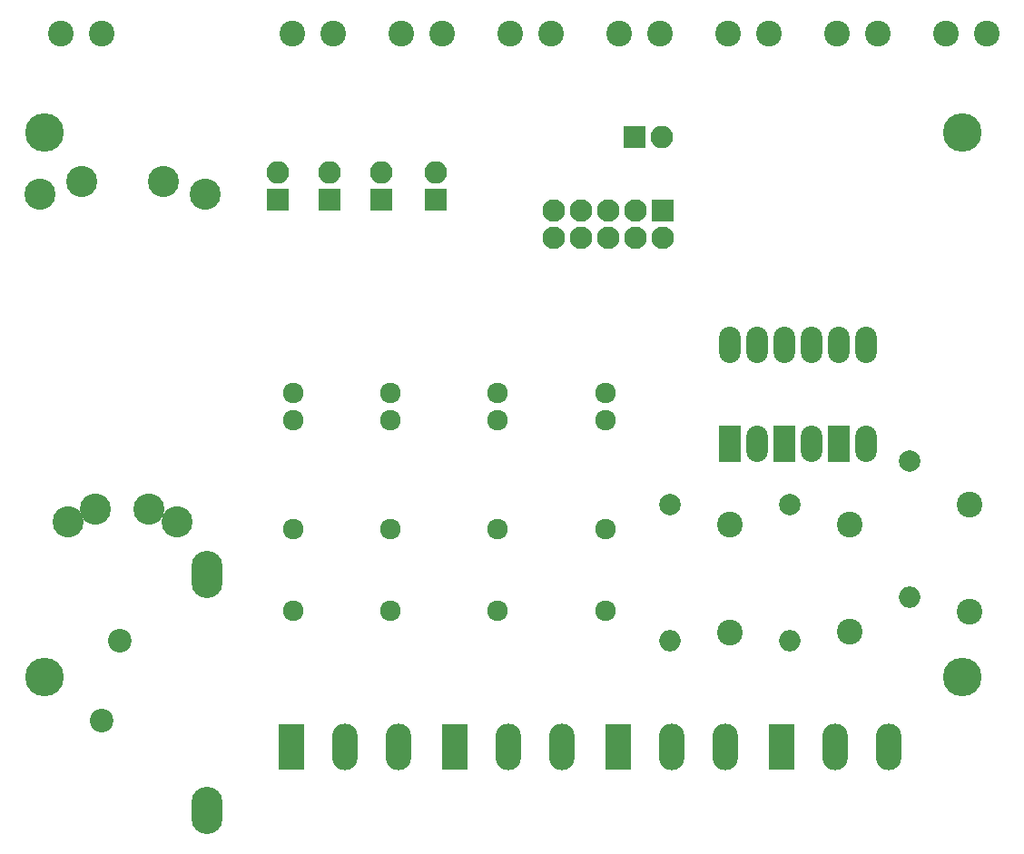
<source format=gbs>
G04 #@! TF.FileFunction,Soldermask,Bot*
%FSLAX46Y46*%
G04 Gerber Fmt 4.6, Leading zero omitted, Abs format (unit mm)*
G04 Created by KiCad (PCBNEW 4.0.2+dfsg1-stable) date lun 08 gen 2018 08:49:30 CET*
%MOMM*%
G01*
G04 APERTURE LIST*
%ADD10C,0.100000*%
%ADD11C,2.900000*%
%ADD12R,2.100000X2.100000*%
%ADD13C,2.100000*%
%ADD14O,2.899360X4.400500*%
%ADD15C,2.200000*%
%ADD16C,2.000000*%
%ADD17O,2.000000X2.000000*%
%ADD18O,2.100000X2.100000*%
%ADD19C,1.924000*%
%ADD20C,2.400000*%
%ADD21R,2.380000X4.360000*%
%ADD22O,2.380000X4.360000*%
%ADD23C,3.600000*%
%ADD24R,2.000000X3.400000*%
%ADD25O,2.000000X3.400000*%
G04 APERTURE END LIST*
D10*
D11*
X95290000Y-104870000D03*
X100290000Y-104870000D03*
X90090000Y-75470000D03*
X105490000Y-75470000D03*
X92710000Y-106045000D03*
X102870000Y-106045000D03*
X93980000Y-74295000D03*
X101600000Y-74295000D03*
D12*
X148209000Y-76962000D03*
D13*
X148209000Y-79502000D03*
X145669000Y-76962000D03*
X145669000Y-79502000D03*
X143129000Y-76962000D03*
X143129000Y-79502000D03*
X140589000Y-76962000D03*
X140589000Y-79502000D03*
X138049000Y-76962000D03*
X138049000Y-79502000D03*
D14*
X105664000Y-110919260D03*
X105664000Y-132920740D03*
D15*
X97536000Y-117094000D03*
X95836000Y-124594000D03*
D16*
X148844000Y-104394000D03*
D17*
X148844000Y-117094000D03*
D16*
X160020000Y-104394000D03*
D17*
X160020000Y-117094000D03*
D16*
X171196000Y-100330000D03*
D17*
X171196000Y-113030000D03*
D12*
X112268000Y-75946000D03*
D18*
X112268000Y-73406000D03*
D12*
X117094000Y-75946000D03*
D18*
X117094000Y-73406000D03*
D12*
X121920000Y-75946000D03*
D18*
X121920000Y-73406000D03*
D12*
X127000000Y-75946000D03*
D18*
X127000000Y-73406000D03*
D19*
X142849600Y-93980000D03*
X142849600Y-96520000D03*
X142849600Y-106680000D03*
X142849600Y-114300000D03*
X122732800Y-93980000D03*
X122732800Y-96520000D03*
X122732800Y-106680000D03*
X122732800Y-114300000D03*
X113741200Y-93980000D03*
X113741200Y-96520000D03*
X113741200Y-106680000D03*
X113741200Y-114300000D03*
X132791200Y-93980000D03*
X132791200Y-96520000D03*
X132791200Y-106680000D03*
X132791200Y-114300000D03*
D20*
X176784000Y-104394000D03*
X176784000Y-114394000D03*
X165608000Y-106273600D03*
X165608000Y-116273600D03*
X154432000Y-106324400D03*
X154432000Y-116324400D03*
D21*
X113538000Y-127000000D03*
D22*
X118538000Y-127000000D03*
X123538000Y-127000000D03*
D21*
X128778000Y-127000000D03*
D22*
X133778000Y-127000000D03*
X138778000Y-127000000D03*
D21*
X144018000Y-127000000D03*
D22*
X149018000Y-127000000D03*
X154018000Y-127000000D03*
D21*
X159258000Y-127000000D03*
D22*
X164258000Y-127000000D03*
X169258000Y-127000000D03*
D23*
X90551000Y-69723000D03*
X90551000Y-120523000D03*
X176149000Y-120523000D03*
X176149000Y-69723000D03*
D12*
X145542000Y-70104000D03*
D18*
X148082000Y-70104000D03*
D20*
X113665000Y-60452000D03*
X117475000Y-60452000D03*
X123825000Y-60452000D03*
X127635000Y-60452000D03*
X133985000Y-60452000D03*
X137795000Y-60452000D03*
X154305000Y-60452000D03*
X158115000Y-60452000D03*
X164465000Y-60452000D03*
X168275000Y-60452000D03*
X174625000Y-60452000D03*
X178435000Y-60452000D03*
X92075000Y-60452000D03*
X95885000Y-60452000D03*
X144145000Y-60452000D03*
X147955000Y-60452000D03*
D24*
X164592000Y-98717000D03*
D25*
X167132000Y-89497000D03*
X167132000Y-98717000D03*
X164592000Y-89497000D03*
D24*
X159512000Y-98717000D03*
D25*
X162052000Y-89497000D03*
X162052000Y-98717000D03*
X159512000Y-89497000D03*
D24*
X154432000Y-98717000D03*
D25*
X156972000Y-89497000D03*
X156972000Y-98717000D03*
X154432000Y-89497000D03*
M02*

</source>
